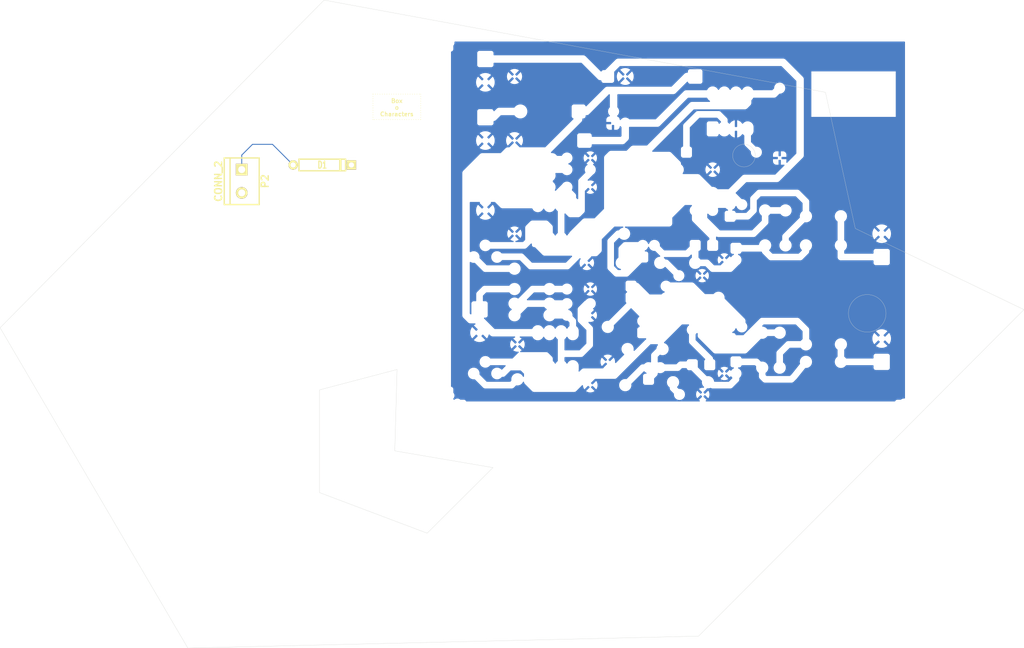
<source format=kicad_pcb>
(kicad_pcb (version 20240225) (generator "pcbnew") (generator_version "8.99")
  (layers (0 "F.Cu" signal) (31 "B.Cu" signal) (34 "B.Paste" user) (35 "F.Paste" user) (36 "B.SilkS" user "B.Silkscreen") (37 "F.SilkS" user "F.Silkscreen") (38 "B.Mask" user) (39 "F.Mask" user) (44 "Edge.Cuts" user))
  (net 0 "")
  (net 1 "A")
  (footprint "D5" (layer "F.Cu") (at 105.85 65.35)
    (property "Reference" "D1" (at 0 0 0) (layer "F.SilkS") (effects (font (size 1.524 1.016) (thickness 0.254))))
    (property "Value" "1N4007" (hide yes))
    (fp_line (start -5.08 -1.27) (end -5.08 0) (stroke (width 0.3048)) (layer "F.SilkS"))
    (fp_line (start -5.08 0) (end -6.35 0) (stroke (width 0.3048)) (layer "F.SilkS"))
    (fp_line (start -5.08 0) (end -5.08 1.27) (stroke (width 0.3048)) (layer "F.SilkS"))
    (fp_line (start -5.08 1.27) (end 5.08 1.27) (stroke (width 0.3048)) (layer "F.SilkS"))
    (fp_line (start 3.81 -1.27) (end 3.81 1.27) (stroke (width 0.3048)) (layer "F.SilkS"))
    (fp_line (start 4.064 -1.27) (end 4.064 1.27) (stroke (width 0.3048)) (layer "F.SilkS"))
    (fp_line (start 5.08 -1.27) (end -5.08 -1.27) (stroke (width 0.3048)) (layer "F.SilkS"))
    (fp_line (start 5.08 0) (end 5.08 -1.27) (stroke (width 0.3048)) (layer "F.SilkS"))
    (fp_line (start 5.08 1.27) (end 5.08 0) (stroke (width 0.3048)) (layer "F.SilkS"))
    (fp_line (start 6.35 0) (end 5.08 0) (stroke (width 0.3048)) (layer "F.SilkS"))
    (pad "1" thru_hole circle (at -6.35 0) (size 2.032 2.032) (drill 1.143) (layers "*.Cu" "*.Mask" "F.SilkS") (net 1 "A"))
    (pad "2" thru_hole rect (at 6.35 0) (size 2.032 2.032) (drill 1.143) (layers "*.Cu" "*.Mask" "F.SilkS") (clearance 1) (thermal_bridge_width 20) (thermal_gap 10))
  )
  (footprint "bornier2" (layer "F.Cu") (at 88.3 68.9 -90)
    (property "Reference" "P2" (at 0 -5.08 -90) (layer "F.SilkS") (effects (font (size 1.524 1.524) (thickness 0.3048))))
    (property "Value" "CONN_2" (at 0 5.08 -90) (layer "F.SilkS") (effects (font (size 1.524 1.524) (thickness 0.3048))))
    (fp_line (start -5.08 3.81) (end 5.08 3.81) (stroke (width 0.3048)) (layer "F.SilkS"))
    (fp_line (start 5.08 3.81) (end 5.08 -3.81) (stroke (width 0.3048)) (layer "F.SilkS"))
    (fp_line (start 5.08 2.54) (end -5.08 2.54) (stroke (width 0.3048)) (layer "F.SilkS"))
    (fp_line (start -5.08 -3.81) (end -5.08 3.81) (stroke (width 0.3048)) (layer "F.SilkS"))
    (fp_line (start 5.08 -3.81) (end -5.08 -3.81) (stroke (width 0.3048)) (layer "F.SilkS"))
    (pad "1" thru_hole rect (at -2.54 0 270) (size 2.54 2.54) (drill 1.524) (layers "*.Cu" "*.Mask" "F.SilkS") (net 1 "A"))
    (pad "2" thru_hole circle (at 2.54 0 270) (size 2.54 2.54) (drill 1.524) (layers "*.Cu" "*.Mask" "F.SilkS"))
  )
  (gr_poly (pts (xy 105.25 114.4) (xy 105.25 136.8) (xy 128.7 145.65) (xy 143.05 131.35) (xy 121.65 127.7) (xy 122.15 109.95)) (stroke (width 0.05)) (fill none) (layer "Edge.Cuts"))
  (gr_poly (pts (xy 215.5 49.5) (xy 106.25 29.4) (xy 35.65 100.85) (xy 76.55 170.7) (xy 187.85 168.1) (xy 258.75 96.9) (xy 222 79.2)) (stroke (width 0.05)) (fill none) (layer "Edge.Cuts"))
  (gr_circle (center 224.6 97.7) (end 228.25 99.55) (stroke (width 0.05)) (fill none) (layer "Edge.Cuts"))
  (gr_circle (center 197.75 63.3) (end 199.05 65.4) (stroke (width 0.05)) (fill none) (layer "Edge.Cuts"))
  (gr_text_box "Box\no\nCharacters" (start 116.9 49.9) (end 127.3 55.45) (margins 1.0025 1.0025 1.0025 1.0025) (layer "F.SilkS") (effects (font (size 0.9 0.9) (thickness 0.17) (bold yes)) (justify top)) (border yes) (stroke (width 0.12) (type dot)))
  (segment (start 88.3 63.2) (end 90.65 60.85) (width 0.2) (layer "B.Cu") (net 1))
  (segment (start 90.65 60.85) (end 95 60.85) (width 0.2) (layer "B.Cu") (net 1))
  (segment (start 88.3 66.36) (end 88.3 63.2) (width 0.2) (layer "B.Cu") (net 1))
  (segment (start 95 60.85) (end 99.5 65.35) (width 0.2) (layer "B.Cu") (net 1))
  (zone (net 0) (net_name "") (layer "B.Cu") (connect_pads (clearance 0.508)) (min_thickness 0.254) (fill yes (thermal_gap 0.762) (thermal_bridge_width 0.508))
    (polygon (pts (xy 232.833 116.922) (xy 232.833 38.436) (xy 133.9 38.436) (xy 133.9 116.922)))
  )
)
</source>
